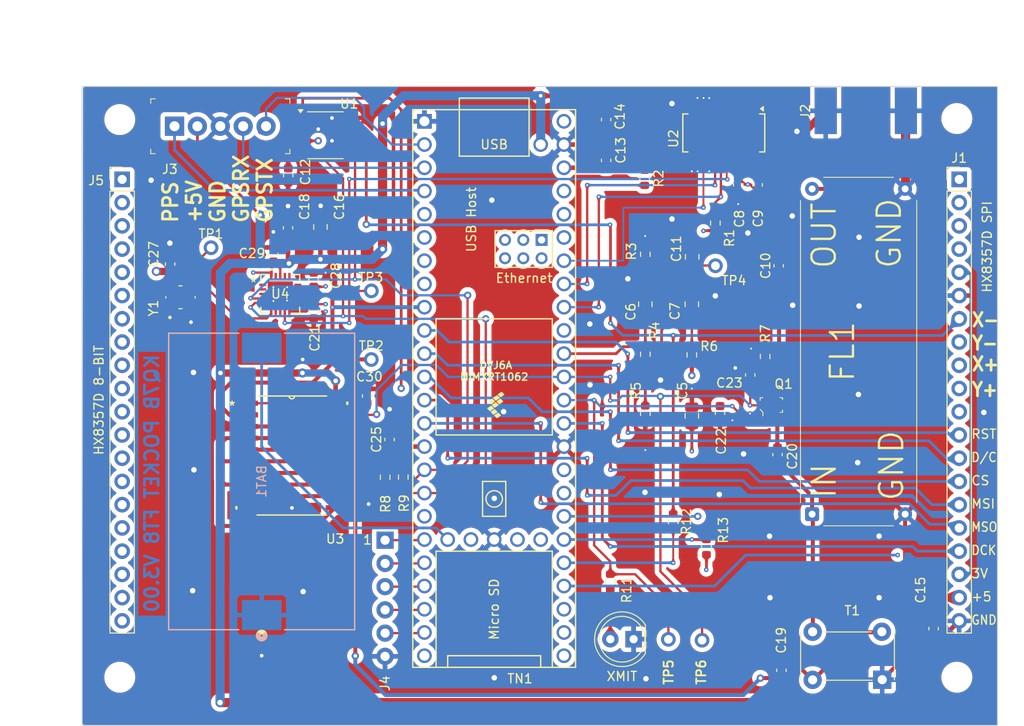
<source format=kicad_pcb>
(kicad_pcb (version 20241229) (generator "pcbnew") (generator_version "9.0")
  (layers (0 "F.Cu" signal) (4 "In1.Cu" power) (6 "In2.Cu" power) (2 "B.Cu" signal) (13 "F.Paste" user) (15 "B.Paste" user) (5 "F.SilkS" user "F.Silkscreen") (7 "B.SilkS" user "B.Silkscreen") (1 "F.Mask" user) (3 "B.Mask" user) (25 "Edge.Cuts" user))
  (net 0 "")
  (net 1 "Net-(TN1-VBAT)")
  (net 2 "GND")
  (net 3 "+3.3V")
  (net 4 "Net-(U2-DBYP)")
  (net 5 "/AMI")
  (net 6 "/LOUT")
  (net 7 "Net-(C7-Pad2)")
  (net 8 "/RF")
  (net 9 "+5V")
  (net 10 "/XCLK")
  (net 11 "/RCLK")
  (net 12 "/MOSI")
  (net 13 "Net-(D1-A)")
  (net 14 "/RCV")
  (net 15 "/XMT")
  (net 16 "/SDA")
  (net 17 "/SCL")
  (net 18 "/D28")
  (net 23 "/Y+")
  (net 24 "/X-")
  (net 29 "/A13")
  (net 33 "/D30")
  (net 35 "/DRST")
  (net 36 "/D31")
  (net 37 "/D29")
  (net 38 "/MISO")
  (net 39 "/PPS")
  (net 44 "/SCL2")
  (net 46 "/DCLK")
  (net 50 "/SDA2")
  (net 69 "/D{slash}C")
  (net 71 "/CS")
  (net 72 "Net-(J1-3Vo)")
  (net 76 "/GPSTX")
  (net 77 "/GPSRX")
  (net 84 "Net-(C19-Pad2)")
  (net 85 "/XOUT")
  (net 86 "/ANT")
  (net 87 "Net-(C11-Pad2)")
  (net 108 "Net-(Q1-D2)")
  (net 109 "Net-(Q1-D1)")
  (net 110 "/AF")
  (net 111 "/RRST")
  (net 112 "/XDRV")
  (net 113 "/XD-")
  (net 114 "/XD+")
  (net 115 "/YD+")
  (net 116 "/YD-")
  (net 117 "/CLK")
  (footprint "MountingHole:MountingHole_3mm" (layer "F.Cu") (at 106.42 54.42)
    (property "Reference" "REF**" (hide yes))
    (property "Value" "MountingHole_3mm")
  )
  (footprint "teensy:Teensy41" (layer "F.Cu") (at 147.32 83.82 -90)
    (property "Reference" "TN1")
    (property "Value" "Teensy4.1" (hide yes))
  )
  (footprint "SparkFun-Connector:1x01" (layer "F.Cu") (at 116.39 68.43)
    (property "Reference" "TP1")
    (property "Value" "PTH")
  )
  (footprint "Resistor_SMD:R_0603_1608Metric" (layer "F.Cu") (at 171.48 65.735 -90)
    (property "Reference" "R1")
    (property "Value" "2.0K" (hide yes))
  )
  (footprint "ASTX_H11_25_000MHZ_T:XTAL_ASTX-H11-25.000MHZ-T" (layer "F.Cu") (at 113.05 73.85 90)
    (property "Reference" "Y1")
    (property "Value" "ASTX-H11-25.000MHZ-T" (hide yes))
  )
  (footprint "Capacitor_SMD:C_0805_2012Metric" (layer "F.Cu") (at 168.91 74.61 -90)
    (property "Reference" "C7")
    (property "Value" "10UF" (hide yes))
  )
  (footprint "digikey-footprints:RF_SMA_BoardEdge_142-0701-801" (layer "F.Cu") (at 187.9185 50.92)
    (property "Reference" "J2")
    (property "Value" "CONN SMA JACK STR 50OHM EDGE MNT")
  )
  (footprint "Resistor_SMD:R_0603_1608Metric" (layer "F.Cu") (at 166.878 98.361 -90)
    (property "Reference" "R12")
    (property "Value" "510" (hide yes))
  )
  (footprint "Capacitor_SMD:C_0805_2012Metric" (layer "F.Cu") (at 168.91 86.802 -90)
    (property "Reference" "C5")
    (property "Value" "10UF" (hide yes))
  )
  (footprint "Capacitor_SMD:C_0603_1608Metric" (layer "F.Cu") (at 173.98 61.555 90)
    (property "Reference" "C8")
    (property "Value" "0.1UF")
  )
  (footprint "Resistor_SMD:R_0603_1608Metric" (layer "F.Cu") (at 137.39 93.505 90)
    (property "Reference" "R9")
    (property "Value" "2.0K")
  )
  (footprint "MountingHole:MountingHole_3mm" (layer "F.Cu") (at 106.42 115.38)
    (property "Reference" "REF**" (hide yes))
    (property "Value" "MountingHole_3mm")
  )
  (footprint "Capacitor_SMD:C_0805_2012Metric" (layer "F.Cu") (at 163.83 74.61 -90)
    (property "Reference" "C6")
    (property "Value" "10UF" (hide yes))
  )
  (footprint "Connector_PinHeader_2.54mm:PinHeader_1x20_P2.54mm_Vertical" (layer "F.Cu") (at 198.12 60.96)
    (property "Reference" "J1")
    (property "Value" "HX8357D SPI")
  )
  (footprint "Capacitor_SMD:C_0603_1608Metric" (layer "F.Cu") (at 124.82 60.535 -90)
    (property "Reference" "C12")
    (property "Value" "0.1UF" (hide yes))
  )
  (footprint "digikey-footprints:SOT-363" (layer "F.Cu") (at 177.6 85.62)
    (property "Reference" "Q1")
    (property "Value" "2N7002DW")
  )
  (footprint "Package_SO:SOIC-8_3.9x4.9mm_P1.27mm" (layer "F.Cu") (at 128.875 56.135)
    (property "Reference" "U1")
    (property "Value" "MCP3422A1T-E/SN" (hide yes))
  )
  (footprint "MountingHole:MountingHole_3mm" (layer "F.Cu") (at 197.86 115.38)
    (property "Reference" "REF**" (hide yes))
    (property "Value" "MountingHole_3mm")
  )
  (footprint "Capacitor_SMD:C_0603_1608Metric" (layer "F.Cu") (at 127.6 71.925 90)
    (property "Reference" "C28")
    (property "Value" "0.1UF" (hide yes))
  )
  (footprint "Capacitor_SMD:C_0805_2012Metric" (layer "F.Cu") (at 128.34 66.16 -90)
    (property "Reference" "C16")
    (property "Value" "10UF")
  )
  (footprint "Capacitor_SMD:C_0603_1608Metric" (layer "F.Cu") (at 195.32 110.07 90)
    (property "Reference" "C15")
    (property "Value" "0.1UF" (hide yes))
  )
  (footprint "Capacitor_SMD:C_0603_1608Metric" (layer "F.Cu") (at 178.27 91.045 -90)
    (property "Reference" "C20")
    (property "Value" "0.1UF")
  )
  (footprint "Resistor_SMD:R_0603_1608Metric" (layer "F.Cu") (at 176.92 80.315 -90)
    (property "Reference" "R7")
    (property "Value" "51 OHM" (hide yes))
  )
  (footprint "Capacitor_SMD:C_0603_1608Metric" (layer "F.Cu") (at 171.99 86.515 90)
    (property "Reference" "C22")
    (property "Value" "0.1uF")
  )
  (footprint "Resistor_SMD:R_0603_1608Metric" (layer "F.Cu") (at 163.76 60.785 90)
    (property "Reference" "R2")
    (property "Value" "2.0K" (hide yes))
  )
  (footprint "SparkFun-Connector:1x06" (layer "F.Cu") (at 135.4 100.4 -90)
    (property "Reference" "J4")
    (property "Value" "Conn_01x06_Socket" (hide yes))
  )
  (footprint "SparkFun-Connector:1x01" (layer "F.Cu") (at 133.9 80.65)
    (property "Reference" "TP2")
    (property "Value" "PTH")
  )
  (footprint "Capacitor_SMD:C_0603_1608Metric" (layer "F.Cu") (at 133.44 84.635 -90)
    (property "Reference" "C30")
    (property "Value" "0.1UF")
  )
  (footprint "Capacitor_SMD:C_0603_1608Metric" (layer "F.Cu") (at 123.2 69.175 -90)
    (property "Reference" "C29")
    (property "Value" "0.1UF" (hide yes))
  )
  (footprint "SparkFun-Connector:1x01" (layer "F.Cu") (at 171.49 70.4)
    (property "Reference" "TP4")
    (property "Value" "PTH")
  )
  (footprint "Filters:PluginFilter" (layer "F.Cu") (at 187.13 79.78 90)
    (property "Reference" "FL1")
    (property "Value" "~")
  )
  (footprint "LED_THT:LED_D5.0mm" (layer "F.Cu") (at 162.55 111.225 180)
    (property "Reference" "D1" (hide yes))
    (property "Value" "XMIT")
  )
  (footprint "Resistor_SMD:R_0603_1608Metric" (layer "F.Cu") (at 160 104.95 -90)
    (property "Reference" "R11")
    (property "Value" "510 Ohm" (hide yes))
  )
  (footprint "SI5351C-B-GM:QFN20_4X4_SKY" (layer "F.Cu") (at 123.954828 73.4823)
    (property "Reference" "U4")
    (property "Value" "SI5351C-B-GM")
  )
  (footprint "Resistor_SMD:R_0603_1608Metric" (layer "F.Cu") (at 170.51 101.155 90)
    (property "Reference" "R13")
    (property "Value" "510" (hide yes))
  )
  (footprint "Inductor_THT:L_Toroid_Vertical_BIFILAR" (layer "F.Cu") (at 185.92 115.6 180)
    (property "Reference" "T1")
    (property "Value" "L_Ferrite_Coupled")
  )
  (footprint "Resistor_SMD:R_0603_1608Metric" (layer "F.Cu") (at 163.83 80.073 90)
    (property "Reference" "R4")
    (property "Value" "47K" (hide yes))
  )
  (footprint "Capacitor_SMD:C_0603_1608Metric" (layer "F.Cu") (at 135.89 89.395 90)
    (property "Reference" "C25")
    (property "Value" "0.1UF" (hide yes))
  )
  (footprint "Capacitor_SMD:C_0603_1608Metric" (layer "F.Cu") (at 176.1 61.555 90)
    (property "Reference" "C9")
    (property "Value" "0.1UF")
  )
  (footprint "Capacitor_SMD:C_0805_2012Metric" (layer "F.Cu") (at 168.95 69.425 -90)
    (property "Reference" "C11")
    (property "Value" "10UF")
  )
  (footprint "Capacitor_SMD:C_0603_1608Metric" (layer "F.Cu") (at 159.55 58.885 90)
    (property "Reference" "C13")
    (property "Value" "0.1UF" (hide yes))
  )
  (footprint "Capacitor_SMD:C_0603_1608Metric" (layer "F.Cu") (at 175.29 82.335 -90)
    (property "Reference" "C23")
    (property "Value" "0.1uF")
  )
  (footprint "SparkFun-Connector:1x01" (layer "F.Cu") (at 133.9 73.15)
    (property "Reference" "TP3")
    (property "Value" "PTH")
  )
  (footprint "Capacitor_SMD:C_0603_1608Metric" (layer "F.Cu") (at 159.55 54.415 90)
    (property "Reference" "C14")
    (property "Value" "0.1UF" (hide yes))
  )
  (footprint "SparkFun-Connector:1x01" (layer "F.Cu") (at 166.35 111.24)
    (property "Reference" "TP5")
    (property "Value" "PTH")
  )
  (footprint "Resistor_SMD:R_0603_1608Metric" (layer "F.Cu") (at 135.41 93.525 90)
    (property "Reference" "R8")
    (property "Value" "2.0K")
  )
  (footprint "Resistor_SMD:R_0603_1608Metric" (layer "F.Cu") (at 163.83 86.55 90)
    (property "Reference" "R5")
    (property "Value" "2.2K" (hide yes))
  )
  (footprint "Package_SO:SSOP-24_3.9x8.7mm_P0.635mm" (layer "F.Cu") (at 172.4025 55.88 -90)
    (property "Reference" "U2")
    (property "Value" "Si4735-D60-GU" (hide yes))
  )
  (footprint "digikey-footprints:PinHeader_1x5_P2.5mm_Drill1.1mm" (layer "F.Cu") (at 112.4 55.15)
    (property "Reference" "J3")
    (property "Value" "B5B-XH-A_LF__SN_")
  )
  (footprint "Resistor_SMD:R_0603_1608Metric" (layer "F.Cu") (at 168.91 80.145 -90)
    (property "Reference" "R6")
    (property "Value" "10k" (hide yes))
  )
  (footprint "Capacitor_SMD:C_0603_1608Metric" (layer "F.Cu") (at 127.6 75.375 90)
    (property "Reference" "C21")
    (property "Value" "0.1UF")
  )
  (footprint "Capacitor_SMD:C_0603_1608Metric" (layer "F.Cu") (at 111.92 70.215 -90)
    (property "Reference" "C27")
    (property "Value" "0.1UF" (hide yes))
  )
  (footprint "Resistor_SMD:R_0603_1608Metric" (layer "F.Cu") (at 163.83 69.151 -90)
    (property "Reference" "R3")
    (property "Value" "47K" (hide yes))
  )
  (footprint "Capacitor_SMD:C_0603_1608Metric" (layer "F.Cu") (at 124.8 66.25 -90)
    (property "Reference" "C18")
    (property "Value" "0.1UF" (hide yes))
  )
  (footprint "Connector_PinHeader_2.54mm:PinHeader_1x20_P2.54mm_Vertical" (layer "F.Cu") (at 106.68 60.96)
    (property "Reference" "J5")
    (property "Value" "HX8357D 8-BIT")
  )
  (footprint "MountingHole:MountingHole_3mm" (layer "F.Cu") (at 197.86 54.31)
    (property "Reference" "REF**" (hide yes))
    (property "Value" "MountingHole_3mm")
  )
  (footprint "sn74act244dwr:DW20" (layer "F.Cu") (at 125.2137 91.145)
    (property "Reference" "U3")
    (property "Value" "SN74ACT244DWR")
  )
  (footprint "SparkFun-Connector:1x01" (layer "F.Cu") (at 170.03 111.34)
    (property "Reference" "TP6")
    (property "Value" "PTH")
  )
  (footprint "Capacitor_SMD:C_0603_1608Metric" (layer "F.Cu") (at 178.7 114.625 90)
    (property "Reference" "C19")
    (property "Value" "0.1UF" (hide yes))
  )
  (footprint "Capacitor_SMD:C_0603_1608Metric" (layer "F.Cu") (at 178.4 70.405 90)
    (property "Reference" "C10")
    (property "Value" "0.1UF")
  )
  (footprint "BU2032SM:BU2032SM-JJ-GTR_MPD" (layer "B.Cu") (at 121.92 93.98 -90)
    (property "Reference" "BAT1")
    (property "Value" "BU2032SM-JJ-GTR")
  )
  (gr_rect (start 102.3 50.8) (end 202.3 120.65) (stroke (width 0.1)) (fill no) (layer "Edge.Cuts"))
  (gr_text "KQ7B POCKET FT8 V3.00" (at 110.81 79.92 90) (layer "B.Cu") (effects (font (size 1.5 1.5) (thickness 0.3) (bold yes)) (justify left bottom mirror)))
  (gr_text "D/C" (at 199.36 91.93 0) (layer "F.SilkS") (effects (font (size 1 0.9)) (justify left bottom)))
  (gr_text "MSO" (at 199.36 99.55 0) (layer "F.SilkS") (effects (font (size 1 0.9)) (justify left bottom)))
  (gr_text "CS" (at 199.36 94.47 0) (layer "F.SilkS") (effects (font (size 1 1)) (justify left bottom)))
  (gr_text "Y-" (at 199.36 79.738 0) (layer "F.SilkS") (effects (font (size 1.5 1.3) (thickness 0.3) (bold yes)) (justify left bottom)))
  (gr_text "PPS\n+5V\nGND\nGPSRX\nGPSTX" (at 123.2 65.85 90) (layer "F.SilkS") (effects (font (size 1.6 1.5) (thickness 0.3) (bold yes)) (justify left bottom)))
  (gr_text "RST" (at 199.36 89.39 0) (layer "F.SilkS") (effects (font (size 1 1)) (justify left bottom)))
  (gr_text "X+" (at 199.36 82.024 0) (layer "F.SilkS") (effects (font (size 1.5 1.3) (thickness 0.3) (bold yes)) (justify left bottom)))
  (gr_text "MSI" (at 199.36 97.01 0) (layer "F.SilkS") (effects (font (size 1 1)) (justify left bottom)))
  (gr_text "1" (at 132.9 100.95 0) (layer "F.SilkS") (effects (font (size 1 1)) (justify left bottom)))
  (gr_text "+5" (at 199.36 107.17 0) (layer "F.SilkS") (effects (font (size 1 1)) (justify left bottom)))
  (gr_text "DCK" (at 199.36 102.09 0) (layer "F.SilkS") (effects (font (size 1 0.9)) (justify left bottom)))
  (gr_text "GND" (at 199.36 109.71 0) (layer "F.SilkS") (effects (font (size 1 0.9)) (justify left bottom)))
  (gr_text "Y+" (at 199.36 84.818 0) (layer "F.SilkS") (effects (font (size 1.5 1.3) (thickness 0.3) (bold yes)) (justify left bottom)))
  (gr_text "3V" (at 199.36 104.63 0) (layer "F.SilkS") (effects (font (size 1 1)) (justify left bottom)))
  (gr_text "X-" (at 199.36 77.198 0) (layer "F.SilkS") (effects (font (size 1.5 1.3) (thickness 0.3) (bold yes)) (justify left bottom)))
  (segment (start 142.24 100.33) (end 140.97 99.06) (width 0.3) (layer "B.Cu") (net 1))
  (segment (start 130.81 99.06) (end 121.92 90.17) (width 0.3) (layer "B.Cu") (net 1))
  (segment (start 140.97 99.06) (end 130.81 99.06) (width 0.3) (layer "B.Cu") (net 1))
  (segment (start 121.92 90.17) (end 121.92 79.375) (width 0.3) (layer "B.Cu") (net 1))
  (segment (start 134.91 83.86) (end 133.44 83.86) (width 0.5) (layer "F.Cu") (net 2))
  (segment (start 173.33 87.29) (end 173.34 87.3) (width 0.25) (layer "F.Cu") (net 2))
  (segment (start 163.83 90.551) (end 163.83 90.678) (width 0.3) (layer "F.Cu") (net 2))
  (segment (start 121.9125 113.0225) (end 121.92 113.03) (width 0.25) (layer "F.Cu") (net 2))
  (segment (start 114.2 76.57) (end 114.2 74.8) (width 0.8) (layer "F.Cu") (net 2))
  (segment (start 168.91 58.48) (end 168.91 60.071) (width 0.3) (layer "F.Cu") (net 2))
  (segment (start 129.65 54.2) (end 131.88 54.2) (width 0.3) (layer "F.Cu") (net 2))
  (segment (start 128.34 63.87) (end 128.36 63.85) (width 0.25) (layer "F.Cu") (net 2))
  (segment (start 176.95 86.57) (end 175.28 86.57) (width 0.25) (layer "F.Cu") (net 2))
  (segment (start 170.815 53.28) (end 170.815 52.07) (width 0.3) (layer "F.Cu") (net 2))
  (segment (start 124.8 65.475) (end 124.8 63.875) (width 0.5) (layer "F.Cu") (net 2))
  (segment (start 124.8 61.33) (end 124.8 63.875) (width 0.5) (layer "F.Cu") (net 2))
  (segment (start 176.88 79.45) (end 176.92 79.49) (width 0.25) (layer "F.Cu") (net 2))
  (segment (start 175.29 81.56) (end 173.67 81.56) (width 0.25) (layer "F.Cu") (net 2))
  (segment (start 196.495 110.845) (end 198.12 109.22) (width 0.5) (layer "F.Cu") (net 2))
  (segment (start 111.92 67.96) (end 111.89 67.93) (width 0.8) (layer "F.Cu") (net 2))
  (segment (start 173.67 81.56) (end 173.66 81.57) (width 0.25) (layer "F.Cu") (net 2))
  (segment (start 135.89 86.08) (end 135.89 84.84) (width 0.5) (layer "F.Cu") (net 2))
  (segment (start 123.2 67.95) (end 123.2 66.7) (width 0.5) (layer "F.Cu") (net 2))
  (segment (start 158.07 56.67) (end 159.51 58.11) (width 0.5) (layer "F.Cu") (net 2))
  (segment (start 173.98 62.33) (end 173.98 63.66) (width 0.4) (layer "F.Cu") (net 2))
  (segment (start 170.18 52.07) (end 170.19 52.06) (width 0.25) (layer "F.Cu") (net 2))
  (segment (start 125.21 96.86) (end 125.225 96.875) (width 0.25) (layer "F.Cu") (net 2))
  (segment (start 171.45 73.66) (end 171.48 73.69) (width 0.25) (layer "F.Cu") (net 2))
  (segment (start 170.815 58.48) (end 170.815 60.071) (width 0.3) (layer "F.Cu") (net 2))
  (segment (start 128.15 76.15) (end 128.9 75.4) (width 0.25) (layer "F.Cu") (net 2))
  (segment (start 192.21 113.15) (end 192.21 97.814) (width 0.438) (layer "F.Cu") (net 2))
  (segment (start 163.82 67.16) (end 163.82 68.316) (width 0.3) (layer "F.Cu") (net 2))
  (segment (start 158.07 56.67) (end 159.55 55.19) (width 0.5) (layer "F.Cu") (net 2))
  (segment (start 181.287 55.71) (end 183.537 53.46) (width 0.8) (layer "F.Cu") (net 2))
  (segment (start 157.59 57.15) (end 158.07 56.67) (width 0.5) (layer "F.Cu") (net 2))
  (segment (start 180.39 55.71) (end 181.287 55.71) (width 0.8) (layer "F.Cu") (net 2))
  (segment (start 127.6 71.15) (end 128.9 71.15) (width 0.25) (layer "F.Cu") (net 2))
  (segment (start 135.89 88.62) (end 135.89 86.08) (width 0.5) (layer "F.Cu") (net 2))
  (segment (start 135.89 84.84) (end 134.91 83.86) (width 0.5) (layer "F.Cu") (net 2))
  (segment (start 154.94 57.15) (end 157.59 57.15) (width 0.5) (layer "F.Cu") (net 2))
  (segment (start 192.26 53.66) (end 192.26 61.95) (width 1) (layer "F.Cu") (net 2))
  (segment (start 175.39 79.45) (end 176.88 79.45) (width 0.25) (layer "F.Cu") (net 2))
  (segment (start 127.6 76.15) (end 128.15 76.15) (width 0.25) (layer "F.Cu") (net 2))
  (segment (start 111.92 69.44) (end 111.92 67.96) (width 0.8) (layer "F.Cu") (net 2))
  (segment (start 195.32 110.845) (end 196.495 110.845) (width 0.5) (layer "F.Cu") (net 2))
  (segment (start 192.06 53.46) (end 192.26 53.66) (width 1) (layer "F.Cu") (net 2))
  (segment (start 163.83 87.375) (end 163.83 90.551) (width 0.3) (layer "F.Cu") (net 2))
  (segment (start 120.5274 96.86) (end 125.21 96.86) (width 0.8) (layer "F.Cu") (net 2))
  (segment (start 123.457242 75.4) (end 123.457242 73.979886) (width 0.25) (layer "F.Cu") (net 2))
  (segment (start 124.8 60.95) (end 124.81 60.94) (width 0.3) (layer "F.Cu") (net 2))
  (segment (start 171.99 87.29) (end 173.33 87.29) (width 0.25) (layer "F.Cu") (net 2))
  (segment (start 129.6 54.25) (end 129.65 54.2) (width 0.3) (layer "F.Cu") (net 2))
  (segment (start 168.91 73.66) (end 171.45 73.66) (width 0.25) (layer "F.Cu") (net 2))
  (segment (start 189.71 115.65) (end 192.21 113.15) (width 0.438) (layer "F.Cu") (net 2))
  (segment (start 192.26 61.95) (end 192.21 62) (width 1) (layer "F.Cu") (net 2))
  (segment (start 131.88 56.74) (end 129.6 56.74) (width 0.3) (layer "F.Cu") (net 2))
  (segment (start 163.82 68.316) (end 163.83 68.326) (width 0.3) (layer "F.Cu") (net 2))
  (segment (start 169.545 52.075) (end 169.53 52.06) (width 0.25) (layer "F.Cu") (net 2))
  (segment (start 170.18 53.28) (end 170.18 52.07) (width 0.25) (layer "F.Cu") (net 2))
  (segment (start 169.545 53.28) (end 169.545 52.075) (width 0.25) (layer "F.Cu") (net 2))
  (segment (start 169.545 58.48) (end 169.545 60.071) (width 0.3) (layer "F.Cu") (net 2))
  (segment (start 175.28 86.57) (end 175.27 86.56) (width 0.25) (layer "F.Cu") (net 2))
  (segment (start 124.8 62.855) (end 124.81 62.845) (width 0.3) (layer "F.Cu") (net 2))
  (segment (start 123.457242 73.979886) (end 123.954828 73.4823) (width 0.25) (layer "F.Cu") (net 2))
  (segment (start 124.82 61.31) (end 124.8 61.33) (width 0.5) (layer "F.Cu") (net 2))
  (segment (start 128.34 65.21) (end 128.34 63.87) (width 0.5) (layer "F.Cu") (net 2))
  (segment (start 128.1 55.47) (end 126.93 55.47) (width 0.3) (layer "F.Cu") (net 2))
  (segment (start 168.91 85.852) (end 168.91 83.82) (width 0.3) (layer "F.Cu") (net 2))
  (segment (start 159.51 58.11) (end 159.55 58.11) (width 0.5) (layer "F.Cu") (net 2))
  (via (at 177.45 106.69) (size 1) (drill 0.6) (layers "F.Cu" "B.Cu") (net 2))
  (via (at 111.89 67.93) (size 1) (drill 0.6) (layers "F.Cu" "B.Cu") (net 2))
  (via (at 163.83 90.551) (size 0.5) (drill 0.2) (layers "F.Cu" "B.Cu") (net 2))
  (via (at 163.9 115.55) (size 1) (drill 0.6) (layers "F.Cu" "B.Cu") (net 2))
  (via (at 168.91 83.82) (size 0.5) (drill 0.2) (layers "F.Cu" "B.Cu") (net 2))
  (via (at 124.8 63.875) (size 1) (drill 0.5) (layers "F.Cu" "B.Cu") (net 2))
  (via (at 175.03 66.82) (size 1) (drill 0.6) (layers "F.Cu" "B.Cu") (net 2))
  (via (at 135.89 86.08) (size 1) (drill 0.5) (layers "F.Cu" "B.Cu") (net 2))
  (via (at 124.7 74.2) (size 0.5) (drill 0.2) (layers "F.Cu" "B.Cu") (net 2))
  (via (at 123.2 74.25) (size 0.5) (drill 0.2) (layers "F.Cu" "B.Cu") (net 2))
  (via (at 129.6 56.74) (size 0.8) (drill 0.4) (layers "F.Cu" "B.Cu") (net 2))
  (via (at 170.19 52.06) (size 0.5) (drill 0.2) (layers "F.Cu" "B.Cu") (net 2))
  (via (at 114.2 76.57) (size 0.8) (drill 0.4) (layers "F.Cu" "B.Cu") (net 2))
  (via (at 163.82 67.16) (size 0.5) (drill 0.2) (layers "F.Cu" "B.Cu") (net 2))
  (via (at 148.35 86.35) (size 1) (drill 0.6) (layers "F.Cu" "B.Cu") (net 2))
  (via (at 177.4 99.96) (size 1) (drill 0.6) (layers "F.Cu" "B.Cu") (net 2))
  (via (at 128.9 71.15) (size 0.5) (drill 0.2) (layers "F.Cu" "B.Cu") (net 2))
  (via (at 126.4 80.65) (size 0.8) (drill 0.4) (layers "F.Cu" "B.Cu") (net 2))
  (via (at 128.9 75.4) (size 0.5) (drill 0.2) (layers "F.Cu" "B.Cu") (net 2))
  (via (at 171.91 95.4) (size 1) (drill 0.6) (layers "F.Cu" "B.Cu") (net 2))
  (via (at 173.66 81.57) (size 0.8) (drill 0.4) (layers "F.Cu" "B.Cu") (net 2))
  (via (at 175.39 79.45) (size 0.5) (drill 0.2) (layers "F.Cu" "B.Cu") (net 2))
  (via (at 179.93 74.72) (size 1) (drill 0.6) (layers "F.Cu" "B.Cu") (net 2))
  (via (at 129.6 54.25) (size 0.8) (drill 0.4) (layers "F.Cu" "B.Cu") (net 2))
  (via (at 187.18 74.8) (size 1) (drill 0.6) (layers "F.Cu" "B.Cu") (net 2))
  (via (at 189.37 106.69) (size 1) (drill 0.6) (layers "F.Cu" "B.Cu") (net 2))
  (via (at 168.91 60.071) (size 0.5) (drill 0.2) (layers "F.Cu" "B.Cu") (net 2))
  (via (at 170.815 52.07) (size 0.5) (drill 0.2) (layers "F.Cu" "B.Cu") (net 2))
  (via (at 187.18 67.28) (size 1) (drill 0.6) (layers "F.Cu" "B.Cu") (net 2))
  (via (at 147.06 63.23) (size 1) (drill 0.6) (layers "F.Cu" "B.Cu") (net 2))
  (via (at 114.52 92.71) (size 1) (drill 0.6) (layers "F.Cu" "B.Cu") (net 2))
  (via (at 157.77 76.77) (size 1) (drill 0.6) (layers "F.Cu" "B.Cu") (net 2))
  (via (at 126.45 106.02) (size 1) (drill 0.6) (layers "F.Cu" "B.Cu") (net 2))
  (via (at 200.81 86.43) (size 1) (drill 0.6) (layers "F.Cu" "B.Cu") (net 2))
  (via (at 179.88 64.96) (size 1) (drill 0.6) (layers "F.Cu" "B.Cu") (net 2))
  (via (at 166.74 65.29) (size 1) (drill 0.6) (layers "F.Cu" "B.Cu") (net 2))
  (via (at 114.47 82.06) (size 1) (drill 0.6) (layers "F.Cu" "B.Cu") (net 2))
  (via (at 169.53 52.06) (size 0.5) (drill 0.2) (layers "F.Cu" "B.Cu") (net 2))
  (via (at 114.38 105.92) (size 1) (drill 0.6) (layers "F.Cu" "B.Cu") (net 2))
  (via (at 147.33 95.83) (size 1) (drill 0.6) (layers "F.Cu" "B.Cu") (net 2))
  (via (at 173.98 63.66) (size 0.5) (drill 0.2) (layers "F.Cu" "B.Cu") (net 2))
  (via (at 173.34 87.3) (size 0.5) (drill 0.2) (layers "F.Cu" "B.Cu") (net 2))
  (via (at 163.79 95.17) (size 1) (drill 0.6) (layers "F.Cu" "B.Cu") (net 2))
  (via (at 171.48 73.69) (size 1) (drill 0.6) (layers "F.Cu" "B.Cu") (net 2))
  (via (at 187.03 91.92) (size 1) (drill 0.6) (layers "F.Cu" "B.Cu") (net 2))
  (via (at 170.815 60.071) (size 0.5) (drill 0.2) (layers "F.Cu" "B.Cu") (net 2))
  (via (at 123.2 66.7) (size 0.8) (drill 0.4) (layers "F.Cu" "B.Cu") (net 2))
  (via (at 125.225 96.875) (size 0.8) (drill 0.4) (layers "F.Cu" "B.Cu") (net 2))
  (via (at 128.1 55.47) (size 0.8) (drill 0.4) (layers "F.Cu" "B.Cu") (net 2))
  (via (at 121.92 113.03) (size 0.8) (drill 0.4) (layers "F.Cu" "B.Cu") (net 2))
  (via (at 124.7 72.75) (size 0.5) (drill 0.2) (layers "F.Cu" "B.Cu") (net 2))
  (via (at 109.84 61.05) (size 1) (drill 0.6) (layers "F.Cu" "B.Cu") (net 2))
  (via (at 128.36 63.85) (size 1) (drill 0.5) (layers "F.Cu" "B.Cu") (net 2))
  (via (at 166.74 52.67) (size 1) (drill 0.6) (layers "F.Cu" "B.Cu") (net 2))
  (via (at 133.6 96.45) (size 0.8) (drill 0.4) (layers "F.Cu" "B.Cu") (net 2))
  (via (at 147.33 115.44) (size 1) (drill 0.6) (layers "F.Cu" "B.Cu") (net 2))
  (via (at 175.27 86.56) (size 0.5) (drill 0.2) (layers "F.Cu" "B.Cu") (net 2))
  (via (at 169.545 60.071) (size 0.5) (drill 0.2) (layers "F.Cu" "B.Cu") (net 2))
  (via (at 157.79 83.42) (size 1) (drill 0.6) (layers "F.Cu" "B.Cu") (net 2))
  (via (at 123.2 72.75) (size 0.5) (drill 0.2) (layers "F.Cu" "B.Cu") (net 2))
  (via (at 187.11 84.47) (size 1) (drill 0.6) (layers "F.Cu" "B.Cu") (net 2))
  (via (at 165.49 82.9) (size 1) (drill 0.6) (layers "F.Cu" "B.Cu") (net 2))
  (via (at 180.39 55.71) (size 1) (drill 0.6) (layers "F.Cu" "B.Cu") (net 2))
  (via (at 174.56 90.97) (size 1) (drill 0.6) (layers "F.Cu" "B.Cu") (net 2))
  (via (at 161.92 71.83) (size 1) (drill 0.6) (layers "F.Cu" "B.Cu") (net 2))
  (via (at 189.37 99.96) (size 1) (drill 0.6) (layers "F.Cu" "B.Cu") (net 2))
  (segment (start 121.92 113.03) (end 121.92 108.585) (width 0.8) (layer "B.Cu") (net 2))
  (segment (start 137.39 91.67) (end 135.89 90.17) (width 0.5) (layer "F.Cu") (net 3))
  (segment (start 159.52 59.69) (end 159.55 59.66) (width 0.5) (layer "F.Cu") (net 3))
  (segment (start 110.42 71.02) (end 111.89 71.02) (width 0.8) (layer "F.Cu") (net 3))
  (segment (start 139.7 90.17) (end 135.89 90.17) (width 0.5) (layer "F.Cu") (net 3))
  (segment (start 173.99 60.77) (end 173.99 58.48) (width 0.3) (layer "F.Cu") (net 3))
  (segment (start 124.81 57.14) (end 124.82 57.15) (width 0.25) (layer "F.Cu") (net 3))
  (segment (start 126.8 75.4) (end 127.6 74.6) (width 0.25) (layer "F.Cu") (net 3))
  (segment (start 123 70) (end 123 70.9) (width 0.25) (layer "F.Cu") (net 3))
  (segment (start 162.14 59.66) (end 162.44 59.96) (width 0.5) (layer "F.Cu") (net 3))
  (segment (start 154.94 59.69) (end 159.52 59.69) (width 0.5) (layer "F.Cu") (net 3))
  (segment (start 128.9 72.65) (end 128.85 72.7) (width 0.25) (layer "F.Cu") (net 3))
  (segment (start 173.98 60.78) (end 173.99 60.77) (width 0.2) (layer "F.Cu") (net 3))
  (segment (start 111.89 71.02) (end 111.92 70.99) (width 0.2) (layer "F.Cu") (net 3))
  (segment (start 137.39 92.68) (end 137.39 91.67) (width 0.5) (layer "F.Cu") (net 3))
  (segment (start 174.71 61.51) (end 173.98 60.78) (width 0.3) (layer "F.Cu") (net 3))
  (segment (start 175.02 61.51) (end 174.71 61.51) (width 0.3) (layer "F.Cu") (net 3))
  (segment (start 125.872528 74.477472) (end 127.477472 74.477472) (width 0.25) (layer "F.Cu") (net 3))
  (segment (start 124.82 57.15) (end 124.82 59.76) (width 0.5) (layer "F.Cu") (net 3))
  (segment (start 128.1 56.74) (end 126.43 56.74) (width 0.3) (layer "F.Cu") (net 3))
  (segment (start 175.02 61.51) (end 175.28 61.51) (width 0.3) (layer "F.Cu") (net 3))
  (segment (start 171.48 66.56) (end 170.21 66.56) (width 0.3) (layer "F.Cu") (net 3))
  (segment (start 124.81 57.14) (end 125.2 56.75) (width 0.5) (layer "F.Cu") (net 3))
  (segment (start 123 71.15) (end 123 71.524256) (width 0.25) (layer "F.Cu") (net 3))
  (segment (start 127.477472 74.477472) (end 127.6 74.6) (width 0.25) (layer "F.Cu") (net 3))
  (segment (start 121 71.15) (end 123 71.15) (width 0.25) (layer "F.Cu") (net 3))
  (segment (start 127.6 74.6) (end 128.9 74.6) (width 0.25) (layer "F.Cu") (net 3))
  (segment (start 127.315286 72.984714) (end 127.6 72.7) (width 0.25) (layer "F.Cu") (net 3))
  (segment (start 111.9 72.9) (end 111.9 71.01) (width 0.8) (layer "F.Cu") (net 3))
  (segment (start 123 70.9) (end 123 71.15) (width 0.25) (layer "F.Cu") (net 3))
  (segment (start 168.91 90.67) (end 168.91 87.752) (width 0.3) (layer "F.Cu") (net 3))
  (segment (start 135.41 92.7) (end 135.41 90.65) (width 0.5) (layer "F.Cu") (net 3))
  (segment (start 111.9 71.01) (end 111.92 70.99) (width 0.8) (layer "F.Cu") (net 3))
  (segment (start 173.99 58.48) (end 173.355 58.48) (width 0.4) (layer "F.Cu") (net 3))
  (segment (start 175.28 61.51) (end 176.1 62.33) (width 0.3) (layer "F.Cu") (net 3))
  (segment (start 162.44 59.96) (end 163.76 59.96) (width 0.5) (layer "F.Cu") (net 3))
  (segment (start 123.954828 70.704828) (end 123.2 69.95) (width 0.25) (layer "F.Cu") (net 3))
  (segment (start 111.91 71) (end 111.92 70.99) (width 0.2) (layer "F.Cu") (net 3))
  (segment (start 126.4 56.77) (end 125.22 56.77) (width 0.5) (layer "F.Cu") (net 3))
  (segment (start 135.41 90.65) (end 135.89 90.17) (width 0.5) (layer "F.Cu") (net 3))
  (segment (start 154.94 59.69) (end 154.95 59.68) (width 0.5) (layer "F.Cu") (net 3))
  (segment (start 168.91 82.4) (end 168.91 80.97) (width 0.438) (layer "F.Cu") (net 3))
  (segment (start 124.95 75.4) (end 126.8 75.4) (width 0.25) (layer "F.Cu") (net 3))
  (segment (start 159.55 59.66) (end 162.14 59.66) (width 0.5) (layer "F.Cu") (net 3))
  (segment (start 123 71.524256) (end 122.959656 71.5646) (width 0.25) (layer "F.Cu") (net 3))
  (segment (start 125.872528 72.984714) (end 127.315286 72.984714) (width 0.25) (layer "F.Cu") (net 3))
  (segment (start 123.954828 71.5646) (end 123.954828 70.704828) (width 0.25) (layer "F.Cu") (net 3))
  (segment (start 128.85 72.7) (end 127.6 72.7) (width 0.25) (layer "F.Cu") (net 3))
  (via (at 121 71.15) (size 0.5) (drill 0.2) (layers "F.Cu" "B.Cu") (net 3))
  (via (at 128.9 74.6) (size 0.5) (drill 0.2) (layers "F.Cu" "B.Cu") (net 3))
  (via (at 168.91 90.67) (size 0.5) (drill 0.2) (layers "F.Cu" "B.Cu") (net 3))
  (via (at 128.9 72.65) (size 0.5) (drill 0.2) (layers "F.Cu" "B.Cu") (net 3))
  (via (at 128.1 56.74) (size 0.8) (drill 0.4) (layers "F.Cu" "B.Cu") (net 3))
  (via (at 110.42 71.02) (size 1) (drill 0.6) (layers "F.Cu" "B.Cu") (net 3))
  (via (at 170.18 66.59) (size 0.5) (drill 0.2) (layers "F.Cu" "B.Cu") (net 3))
  (via (at 175.02 61.51) (size 0.5) (drill 0.2) (layers "F.Cu" "B.Cu") (net 3))
  (via (at 168.91 82.4) (size 0.8) (drill 0.4) (layers "F.Cu" "B.Cu") (net 3))
  (segment (start 174.625 59.305) (end 176.1 60.78) (width 0.25) (layer "F.Cu") (net 4))
  (segment (start 174.625 58.48) (end 174.625 59.305) (width 0.25) (layer "F.Cu") (net 4))
  (segment (start 178.4 69.63) (end 178.4 56.68) (width 0.438) (layer "F.Cu") (net 5))
  (segment (start 177.39 55.67) (end 170.45 55.67) (width 0.438) (layer "F.Cu") (net 5))
  (segment (start 170.45 55.67) (end 168.91 54.13) (width 0.438) (layer "F.Cu") (net 5))
  (segment (start 168.91 53.28) (end 168.91 54.13) (width 0.3) (layer "F.Cu") (net 5))
  (segment (start 178.33 56.61) (end 177.39 55.67) (width 0.438) (layer "F.Cu") (net 5))
  (segment (start 178.4 56.68) (end 178.33 56.61) (width 0.438) (layer "F.Cu") (net 5))
  (segment (start 176.515 68.475) (end 168.95 68.475) (width 0.2) (layer "F.Cu") (net 6))
  (segment (start 176.236 59.65) (end 175.895 59.309) (width 0.2) (layer "F.Cu") (net 6))
  (segment (start 177.4 59.94) (end 177.11 59.65) (width 0.2) (layer "F.Cu") (net 6))
  (segment (start 175.895 59.309) (end 175.895 58.48) (width 0.2) (layer "F.Cu") (net 6))
  (segment (start 177.11 59.65) (end 176.236 59.65) (width 0.2) (layer "F.Cu") (net 6))
  (segment (start 177.4 67.59) (end 176.515 68.475) (width 0.2) (layer "F.Cu") (net 6))
  (segment (start 177.4 67.59) (end 177.4 59.94) (width 0.2) (layer "F.Cu") (net 6))
  (segment (start 163.83 85.725) (end 163.83 80.898) (width 0.3) (layer "F.Cu") (net 7))
  (segment (start 168.91 75.56) (end 168.91 76.68) (width 0.25) (layer "F.Cu") (net 7))
  (segment (start 168.91 79.32) (end 168.91 78.47) (width 0.3) (layer "F.Cu") (net 7))
  (segment (start 165.608 80.17) (end 165.608 77.45) (width 0.3) (layer "F.Cu") (net 7))
  (segment (start 165.608 80.17) (end 164.88 80.898) (width 0.3) (layer "F.Cu") (net 7))
  (segment (start 168.91 76.68) (end 168.91 79.32) (width 0.25) (layer "F.Cu") (net 7))
  (segment (start 166.378 76.68) (end 165.608 77.45) (width 0.25) (layer "F.Cu") (net 7))
  (segment (start 164.88 80.898) (end 163.83 80.898) (width 0.3) (layer "F.Cu") (net 7))
  (segment (start 168.91 76.68) (end 166.378 76.68) (width 0.25) (layer "F.Cu") (net 7))
  (segment (start 182.05 97.56) (end 182.05 95.6) (width 0.438) (layer "F.Cu") (net 8))
  (segment (start 182.05 95.6) (end 178.27 91.82) (width 0.438) (layer "F.Cu") (net 8))
  (segment (start 182.13 97.64) (end 182.05 97.56) (width 0.25) (layer "F.Cu") (net 8))
  (segment (start 182.13 110.47) (end 182.13 97.64) (width 0.438) (layer "F.Cu") (net 8))
  (segment (start 124.9 70.15) (end 124.8 70.05) (width 0.5) (layer "F.Cu") (net 9))
  (segment (start 117.415 82.125) (end 117.42 82.12) (width 0.8) (layer "F.Cu") (net 9))
  (segment (start 195.595 106.68) (end 198.12 106.68) (width 0.8) (layer "F.Cu") (net 9))
  (segment (start 133.42 85.43) (end 133.44 85.41) (width 0.8) (layer "F.Cu") (net 9))
  (segment (start 121.76 64.85) (end 121.775 64.835) (width 0.5) (layer "F.Cu") (net 9))
  (segment (start 195.595 106.68) (end 194.3375 107.9375) (width 0.8) (layer "F.Cu") (net 9))
  (segment (start 117.425 82.125) (end 126.375 82.125) (width 0.8) (layer "F.Cu") (net 9))
  (segment (start 128.34 67.11) (end 128.34 69.7) (width 0.5) (layer "F.Cu") (net 9))
  (segment (start 193.51 108.765) (end 193.51 118.12) (width 1) (layer "F.Cu") (net 9))
  (segment (start 157.734 51.816) (end 152.4 51.816) (width 0.5) (layer "F.Cu") (net 9))
  (segment (start 135.128 68.58) (end 135.128 54.864) (width 1) (layer "F.Cu") (net 9))
  (segment (start 124.8 70.05) (end 124.8 67.025) (width 0.5) (layer "F.Cu") (net 9))
  (segment (start 117.42 82.12) (end 117.425 82.125) (width 0.8) (layer "F.Cu") (net 9))
  (segment (start 195.32 109.295) (end 195.32 108.92) (width 0.438) (layer "F.Cu") (net 9))
  (segment (start 114.9 55.15) (end 114.9 57.99) (width 0.3) (layer "F.Cu") (net 9))
  (segment (start 193.51 108.765) (end 194.3375 107.9375) (width 1) (layer "F.Cu") (net 9))
  (segment (start 129.9 85.43) (end 133.42 85.43) (width 0.5) (layer "F.Cu") (net 9))
  (segment (start 114.9 57.99) (end 121.76 64.85) (width 0.3) (layer "F.Cu") (net 9))
  (segment (start 117.375 118.15) (end 193.54 118.15) (width 1) (layer "F.Cu") (net 9))
  (segment (start 126.375 82.125) (end 126.35 82.125) (width 0.5) (layer "F.Cu") (net 9))
  (segment (start 121.76 64.85) (end 121.8 64.81) (width 0.5) (layer "F.Cu") (net 9))
  (segment (start 159.512 53.594) (end 157.734 51.816) (width 0.5) (layer "F.Cu") (net 9))
  (segment (start 130 82.975) (end 130 85.33) (width 0.5) (layer "F.Cu") (net 9))
  (segment (start 193.51 118.12) (end 193.54 118.15) (width 1) (layer "F.Cu") (net 9))
  (segment (start 195.32 108.92) (end 194.3375 107.9375) (width 0.438) (layer "F.Cu") (net 9))
  (via (at 135.128 54.864) (size 1) (drill 0.5) (layers "F.Cu" "B.Cu") (net 9))
  (via (at 128.34 69.7) (size 1) (drill 0.5) (layers "F.Cu" "B.Cu") (net 9))
  (via (at 135.128 68.58) (size 1) (drill 0.5) (layers "F.Cu" "B.Cu") (net 9))
  (via (at 126.375 82.125) (size 1) (drill 0.5) (layers "F.Cu" "B.Cu") (net 9))
  (via (at 117.375 118.15) (size 1) (drill 0.6) (layers "F.Cu" "B.Cu") (net 9))
  (via (at 124.9 70.15) (size 1) (drill 0.5) (layers "F.Cu" "B.Cu") (net 9))
  (via (at 121.76 64.85) (size 1) (drill 0.4) (layers "F.Cu" "B.Cu") (net 9))
  (via (at 130 82.975) (size 1) (drill 0.5) (layers "F.Cu" "B.Cu") (net 9))
  (via (at 152.4 51.816) (size 1) (drill 0.4) (layers "F.Cu" "B.Cu") (net 9))
  (via (at 117.42 82.12) (size 1) (drill 0.5) (layers "F.Cu" "B.Cu") (net 9))
  (segment (start 117.375 118.15) (end 117.42 118.12) (width 1) (layer "B.Cu") (net 9))
  (segment (start 121.7 70.15) (end 118.44 70.15) (width 1) (layer "B.Cu") (net 9))
  (segment (start 117.42 71.17) (end 117.391786 100.625) (width 1) (layer "B.Cu") (net 9))
  (segment (start 117.391786 100.625) (end 117.379957 112.975) (width 1) (layer "B.Cu") (net 9))
  (segment (start 124.9 70.15) (end 125.35 69.7) (width 1) (layer "B.Cu") (net 9))
  (segment (start 117.379957 112.975) (end 117.375 118.15) (width 1) (layer "B.Cu") (net 9))
  (segment (start 129.15 82.125) (end 130 82.975) (width 0.8) (layer "B.Cu") (net 9))
  (segment (start 152.4 57.15) (end 152.4 51.816) (width 1) (layer "B.Cu") (net 9))
  (segment (start 121.7 70.15) (end 121.76 70.09) (width 1) (layer "B.Cu") (net 9))
  (segment (start 134.008 69.7) (end 135.128 68.58) (width 1) (layer "B.Cu") (net 9))
  (segment (start 124.9 70.15) (end 121.7 70.15) (width 1) (layer "B.Cu") (net 9))
  (segment (start 118.44 70.15) (end 117.42 71.17) (width 1) (layer "B.Cu") (net 9))
  (segment (start 152.4 51.816) (end 137.414 51.816) (width 1) (layer "B.Cu") (net 9))
  (segment (start 137.414 51.816) (end 135.128 54.102) (width 1) (layer "B.Cu") (net 9))
  (segment (start 135.128 54.102) (end 135.128 54.864) (width 1) (layer "B.Cu") (net 9))
  (segment (start 126.375 82.125) (end 129.15 82.125) (width 0.8) (layer "B.Cu") (net 9))
  (segment (start 121.76 70.09) (end 121.76 64.85) (width 1) (layer "B.Cu") (net 9))
  (segment (start 125.35 69.7) (end 128.34 69.7) (width 1) (layer "B.Cu") (net 9))
  (segment (start 128.34 69.7) (end 134.008 69.7) (width 1) (layer "B.Cu") (net 9))
  (segment (start 129.65 81.025) (end 127.5 83.175) (width 0.438) (layer "F.Cu") (net 10))
  (segment (start 120.5274 86.7) (end 118.395 86.7) (width 0.438) (layer "F.Cu") (net 10))
  (segment (start 129.65 74.95) (end 129.65 80.64) (width 0.438) (layer "F.Cu") (net 10))
  (segment (start 129.65 80.64) (end 129.65 81.025) (width 0.438) (layer "F.Cu") (net 10))
  (segment (start 129.4 73.4823) (end 129.65 73.7323) (width 0.438) (layer "F.Cu") (net 10))
  (segment (start 129.65 73.7323) (end 129.65 74.95) (width 0.438) (layer "F.Cu") (net 10))
  (segment (start 118.395 86.7) (end 117.425 85.73) (width 0.438) (layer "F.Cu") (net 10))
  (segment (start 117.425 85.73) (end 117.425 84.325) (width 0.438) (layer "F.Cu") (net 10))
  (segment (start 129.65 80.64) (end 134.43 80.64) (width 0.438) (layer "F.Cu") (net 10))
  (segment (start 125.872528 73.4823) (end 129.4 73.4823) (width 0.25) (layer "F.Cu") (net 10))
  (segment (start 127.5 83.175) (end 118.575 83.175) (width 0.438) (layer "F.Cu") (net 10))
  (segment (start 118.575 83.175) (end 117.425 84.325) (width 0.438) (layer "F.Cu") (net 10))
  (via (at 129.65 74.95) (size 0.5) (drill 0.2) (layers "F.Cu" "B.Cu") (net 10))
  (segment (start 129.67 74.93) (end 129.65 74.95) (width 0.25) (layer "B.Cu") (net 10))
  (segment (start 139.7 74.93) (end 129.67 74.93) (width 0.438) (layer "B.Cu") (net 10))
  (segment (start 124.452414 76.647586) (end 124.452414 75.4) (width 0.25) (layer "F.Cu") (net 11))
  (segment (start 133.9 73.15) (end 131.49 73.15) (width 0.25) (layer "F.Cu") (net 11))
  (segment (start 131.49 74.19) (end 131.49 73.15) (width 0.25) (layer "F.Cu") (net 11))
  (segment (start 131.49 73.15) (end 131.49 60.92) (width 0.25) (layer "F.Cu") (net 11))
  (segment (start 172.72 60.89) (end 172.79 60.96) (width 0.2) (layer "F.Cu") (net 11))
  (segment (start 131.49 76.65) (end 131.49 74.19) (width 0.25) (layer "F.Cu") (net 11))
  (segment (start 124.45 76.65) (end 124.452414 76.647586) (width 0.25) (layer "F.Cu") (net 11))
  (segment (start 172.72 58.48) (end 172.72 60.89) (width 0.2) (layer "F.Cu") (net 11))
  (via (at 131.49 60.92) (size 0.5) (drill 0.2) (layers "F.Cu" "B.Cu") (net 11))
  (via (at 131.49 76.65) (size 0.5) (drill 0.2) (layers "F.Cu" "B.Cu") (net 11))
  (via (at 124.45 76.65) (size 0.5) (drill 0.2) (layers "F.Cu" "B.Cu") (net 11))
  (via (at 172.79 60.96) (size 0.5) (drill 0.2) (layers "F.Cu" "B.Cu") (net 11))
  (segment (start 131.49 76.65) (end 124.45 76.65) (width 0.25) (layer "B.Cu") (net 11))
  (segment (start 131.49 60.92) (end 172.75 60.92) (width 0.25) (layer "B.Cu") (net 11))
  (segment (start 172.75 60.92) (end 172.79 60.96) (width 0.25) (layer "B.Cu") (net 11))
  (segment (start 141.224 85.09) (end 139.7 85.09) (width 0.3) (layer "F.Cu") (net 12))
  (segment (start 142.24 91.44) (end 142.24 86.106) (width 0.3) (layer "F.Cu") (net 12))
  (segment (start 142.24 86.106) (end 141.224 85.09) (width 0.3) (layer "F.Cu") (net 12))
  (segment (start 157.48 95.504) (end 157.48 91.44) (width 0.3) (layer "F.Cu") (net 12))
  (via (at 142.24 91.44) (size 0.5) (drill 0.2) (layers "F.Cu" "B.Cu") (net 12))
  (via (at 157.48 91.44) (size 0.5) (drill 0.2) (layers "F.Cu" "B.Cu") (net 12))
  (via (at 157.48 95.504) (size 0.5) (drill 0.2) (layers "F.Cu" "B.Cu") (net 12))
  (segment (start 162.262291 93.88) (end 160.638291 95.504) (width 0.3) (layer "B.Cu") (net 12))
  (segment (start 198.12 96.52) (end 195.14 96.52) (width 0.3) (layer "B.Cu") (net 12))
  (segment (start 160.638291 95.504) (end 157.48 95.504) (width 0.3) (layer "B.Cu") (net 12))
  (segment (start 175.32 94.7) (end 174.5 93.88) (width 0.3) (layer "B.Cu") (net 12))
  (segment (start 142.24 91.44) (end 157.48 91.44) (width 0.3) (layer "B.Cu") (net 12))
  (segment (start 193.32 94.7) (end 175.32 94.7) (width 0.3) (layer "B.Cu") (net 12))
  (segment (start 174.5 93.88) (end 162.262291 93.88) (width 0.3) (layer "B.Cu") (net 12))
  (segment (start 195.14 96.52) (end 193.32 94.7) (width 0.3) (layer "B.Cu") (net 12))
  (segment (start 160 105.775) (end 160 111.215) (width 0.25) (layer "F.Cu") (net 13))
  (segment (start 160 111.215) (end 160.01 111.225) (width 0.25) (layer "F.Cu") (net 13))
  (segment (start 165.48 103.82) (end 165.48 84.69) (width 0.25) (layer "F.Cu") (net 14))
  (segment (start 120.5274 85.43) (end 123.93 85.43) (width 0.25) (layer "F.Cu") (net 14))
  (segment (start 177.6 84.67) (end 177.6 85.22) (width 0.25) (layer "F.Cu") (net 14))
  (segment (start 175.29 83.11) (end 175.29 85.64) (width 0.25) (layer "F.Cu") (net 14))
  (segment (start 170.03 108.37) (end 165.48 103.82) (width 0.25) (layer "F.Cu") (net 14))
  (segment (start 134.425 86.7) (end 134.475 86.65) (width 0.25) (layer "F.Cu") (net 14))
  (segment (start 177.6 85.22) (end 177.16 85.66) (width 0.25) (layer "F.Cu") (net 14))
  (segment (start 160 82.55) (end 160 85.125) (width 0.25) (layer "F.Cu") (net 14))
  (segment (start 129.9 86.7) (end 134.425 86.7) (width 0.25) (layer "F.Cu") (net 14))
  (segment (start 123.93 85.43) (end 125.2 86.7) (width 0.25) (layer "F.Cu") (net 14))
  (segment (start 125.2 86.7) (end 129.9 86.7) (width 0.25) (layer "F.Cu") (net 14))
  (segment (start 175.29 85.64) (end 175.27 85.66) (width 0.25) (layer "F.Cu") (net 14))
  (segment (start 177.16 85.66) (end 175.27 85.66) (width 0.25) (layer "F.Cu") (net 14))
  (segment (start 170.03 111.34) (end 170.03 108.37) (width 0.25) (layer "F.Cu") (net 14))
  (via (at 165.48 84.69) (size 0.8) (drill 0.4) (layers "F.Cu" "B.Cu") (net 14))
  (via (at 175.27 85.66) (size 0.5) (drill 0.2) (layers "F.Cu" "B.Cu") (net 14))
  (via (at 160 82.55) (size 0.5) (drill 0.2) (layers "F.Cu" "B.Cu") (net 14))
  (via (at 134.475 86.65) (size 0.8) (drill 0.4) (layers "F.Cu" "B.Cu") (net 14))
  (via (at 160 85.125) (size 0.5) (drill 0.2) (layers "F.Cu" "B.Cu") (net 14))
  (segment (start 175.25 85.65) (end 175.26 85.66) (width 0.25) (layer "B.Cu") (net 14))
  (segment (start 141 81.25) (end 142.3 82.55) (width 0.25) (layer "B.Cu") (net 14))
  (segment (start 175.27 85.66) (end 175.27 85.67) (width 0.25) (layer "B.Cu") (net 14))
  (segment (start 134.475 84) (end 137.075 81.4) (width 0.25) (layer "B.Cu") (net 14))
  (segment (start 175.26 85.66) (end 175.27 85.66) (width 0.25) (layer "B.Cu") (net 14))
  (segment (start 142.3 82.55) (end 154.94 82.55) (width 0.25) (layer "B.Cu") (net 14))
  (segment (start 137.075 81.375) (end 137.2 81.25) (width 0.25) (layer "B.Cu") (net 14))
  (segment (start 165.54 84.63) (end 165.48 84.69) (width 0.25) (layer "B.Cu") (net 14))
  (segment (start 134.475 86.65) (end 134.475 84) (width 0.25) (layer "B.Cu") (net 14))
  (segment (start 161.295 84.63) (end 160.8 85.125) (width 0.25) (layer "B.Cu") (net 14))
  (segment (start 165.42 84.63) (end 161.295 84.63) (width 0.25) (layer "B.Cu") (net 14))
  (segment (start 174.23 84.63) (end 165.54 84.63) (width 0.25) (layer "B.Cu") (net 14))
  (segment (start 160.8 85.125) (end 160 85.125) (width 0.25) (layer "B.Cu") (net 14))
  (segment (start 175.27 85.67) (end 174.23 84.63) (width 0.25) (layer "B.Cu") (net 14))
  (segment (start 165.48 84.69) (end 165.42 84.63) (width 0.25) (layer "B.Cu") (net 14))
  (segment (start 160 82.55) (end 154.94 82.55) (width 0.25) (layer "B.Cu") (net 14))
  (segment (start 137.2 81.25) (end 141 81.25) (width 0.25) (layer "B.Cu") (net 14))
  (segment (start 137.075 81.4) (end 137.075 81.375) (width 0.25) (layer "B.Cu") (net 14))
  (segment (start 160 104.125) (end 160.02 104.14) (width 0.25) (layer "F.Cu") (net 15))
  (segment (start 176.944 87.64) (end 177.6 86.984) (width 0.25) (layer "F.Cu") (net 15))
  (segment (start 166.35 107.76) (end 166.35 111.24) (width 0.25) (layer "F.Cu") (net 15))
  (segment (start 173.33 85.75) (end 172 85.75) (width 0.25) (layer "F.Cu") (net 15))
  (segment (start 172 85.75) (end 171.99 85.74) (width 0.25) (layer "F.Cu") (net 15))
  (segment (start 160 104.125) (end 162.715 104.125) (width 0.25) (layer "F.Cu") (net 15))
  (segment (start 173.33 85.75) (end 175.22 87.64) (width 0.25) (layer "F.Cu") (net 15))
  (segment (start 177.6 86.984) (end 177.6 86.57) (width 0.25) (layer "F.Cu") (net 15))
  (segment (start 160.02 102.743) (end 160 104.125) (width 0.25) (layer "F.Cu") (net 15))
  (segment (start 158.242 100.965) (end 160.02 102.743) (width 0.25) (layer "F.Cu") (net 15))
  (segment (start 158.242 85.09) (end 158.242 100.965) (width 0.25) (layer "F.Cu") (net 15))
  (segment (start 175.22 87.64) (end 176.944 87.64) (width 0.25) (layer "F.Cu") (net 15))
  (segment (start 159.925 104.05) (end 160 104.125) (width 0.25) (layer "F.Cu") (net 15))
  (segment (start 162.715 104.125) (end 166.35 107.76) (width 0.25) (layer "F.Cu") (net 15))
  (via (at 173.33 85.75) (size 0.5) (drill 0.2) (layers "F.Cu" "B.Cu") (net 15))
  (via (at 158.242 85.09) (size 0.5) (drill 0.2) (layers "F.Cu" "B.Cu") (net 15))
  (segment (start 158.902 85.75) (end 158.242 85.09) (width 0.25) (layer "B.Cu") (net 15))
  (segment (start 173.33 85.75) (end 158.902 85.75) (width 0.25) (layer "B.Cu") (net 15))
  (segment (start 154.94 85.09) (end 158.242 85.09) (width 0.25) (layer "B.Cu") (net 15))
  (segment (start 158.75 74.93) (end 158.75 62.865) (width 0.25) (layer "F.Cu") (net 16))
  (segment (start 172.085 62.865) (end 172.085 58.48) (width 0.25) (layer "F.Cu") (net 16))
  (segment (start 171.48 63.47) (end 172.085 62.865) (width 0.25) (layer "F.Cu") (net 16))
  (segment (start 171.48 64.91) (end 171.48 63.47) (width 0.25) (layer "F.Cu") (net 16))
  (via (at 172.085 62.865) (size 0.5) (drill 0.2) (layers "F.Cu" "B.Cu") (net 16))
  (via (at 158.75 74.93) (size 0.5) (drill 0.2) (layers "F.Cu" "B.Cu") (net 16))
  (via (at 158.75 62.865) (size 0.5) (drill 0.2) (layers "F.Cu" "B.Cu") (net 16))
  (segment (start 158.75 62.865) (end 172.085 62.865) (width 0.25) (layer "B.Cu") (net 16))
  (segment (start 154.94 74.93) (end 158.75 74.93) (width 0.25) (layer "B.Cu") (net 16))
  (segment (start 171.45 61.595) (end 171.45 58.48) (width 0.25) (layer "F.Cu") (net 17))
  (segment (start 163.745 61.595) (end 163.76 61.61) (width 0.25) (layer "F.Cu") (net 17))
  (segment (start 157.48 61.595) (end 163.745 61.595) (width 0.25) (layer "F.Cu") (net 17))
  (segment (start 157.48 72.39) (end 157.48 61.595) (width 0.25) (layer "F.Cu") (net 17))
  (via (at 157.48 61.595) (size 0.5) (drill 0.2) (layers "F.Cu" "B.Cu") (net 17))
  (via (at 171.45 61.595) (size 0.5) (drill 0.2) (layers "F.Cu" "B.Cu") (net 17))
  (via (at 157.48 72.39) (size 0.5) (drill 0.2) (layers "F.Cu" "B.Cu") (net 17))
  (segment (start 157.48 61.595) (end 171.45 61.595) (width 0.25) (layer "B.Cu") (net 17))
  (segment (start 157.48 72.39) (end 154.94 72.39) (width 0.25) (layer "B.Cu") (net 17))
  (segment (start 135.4 102.94) (end 139.63 102.94) (width 0.25) (layer "F.Cu") (net 18))
  (segment (start 139.63 102.94) (end 139.7 102.87) (width 0.25) (layer "F.Cu") (net 18))
  (segment (start 168.91 100.33) (end 170.51 100.33) (width 0.3) (layer "F.Cu") (net 23))
  (via (at 168.91 100.33) (size 0.5) (drill 0.2) (layers "F.Cu" "B.Cu") (net 23))
  (segment (start 154.94 100.33) (end 154.978 100.292) (width 0.3) (layer "B.Cu") (net 23))
  (segment (start 168.91 100.33) (end 154.94 100.33) (width 0.3) (layer "B.Cu") (net 23))
  (segment (start 166.878 99.186) (end 166.878 102.87) (width 0.2) (layer "F.Cu") (net 24))
  (via (at 166.878 102.87) (size 0.5) (drill 0.2) (layers "F.Cu" "B.Cu") (net 24))
  (segment (start 154.94 102.87) (end 166.878 102.87) (width 0.3) (layer "B.Cu") (net 24))
  (segment (start 135.4 100.4) (end 139.63 100.4) (width 0.25) (layer "F.Cu") (net 29))
  (segment (start 139.63 100.4) (end 139.7 100.33) (width 0.25) (layer "F.Cu") (net 29))
  (segment (start 139.63 108.02) (end 139.7 107.95) (width 0.25) (layer "F.Cu") (net 33))
  (segment (start 135.4 108.02) (end 139.63 108.02) (width 0.25) (layer "F.Cu") (net 33))
  (segment (start 161.925 88.646) (end 161.925 80.05) (width 0.3) (layer "F.Cu") (net 35))
  (segment (start 161.925 80.05) (end 161.9 80.025) (width 0.3) (layer "F.Cu") (net 35))
  (via (at 161.925 88.646) (size 0.5) (drill 0.2) (layers "F.Cu" "B.Cu") (net 35))
  (via (at 161.9 80.025) (size 0.5) (drill 0.2) (layers "F.Cu" "B.Cu") (net 35))
  (segment (start 196.85 88.646) (end 161.925 88.646) (width 0.3) (layer "B.Cu") (net 35))
  (segment (start 197.104 88.9) (end 196.85 88.646) (width 0.3) (layer "B.Cu") (net 35))
  (segment (start 198.12 88.9) (end 197.104 88.9) (width 0.3) (layer "B.Cu") (net 35))
  (segment (start 161.9 80.025) (end 160.615 78.74) (width 0.3) (layer "B.Cu") (net 35))
  (segment (start 142.367 78.74) (end 141.097 77.47) (width 0.3) (layer "B.Cu") (net 35))
  (segment (start 160.615 78.74) (end 142.367 78.74) (width 0.3) (layer "B.Cu") (net 35))
  (segment (start 141.097 77.47) (end 139.7 77.47) (width 0.3) (layer "B.Cu") (net 35))
  (segment (start 139.63 110.56) (end 139.7 110.49) (width 0.25) (layer "F.Cu") (net 36))
  (segment (start 135.4 110.56) (end 139.63 110.56) (width 0.25) (layer "F.Cu") (net 36))
  (segment (start 139.63 105.48) (end 139.7 105.41) (width 0.25) (layer "F.Cu") (net 37))
  (segment (start 135.4 105.48) (end 139.63 105.48) (width 0.25) (layer "F.Cu") (net 37))
  (segment (start 152.4 96.266) (end 152.4 87.63) (width 0.3) (layer "F.Cu") (net 38))
  (via (at 152.4 87.63) (size 0.5) (drill 0.2) (layers "F.Cu" "B.Cu") (net 38))
  (via (at 152.4 96.266) (size 0.5) (drill 0.2) (layers "F.Cu" "B.Cu") (net 38))
  (segment (start 194.9 98.66) (end 192.66 96.42) (width 0.3) (layer "B.Cu") (net 38))
  (segment (start 152.554 96.42) (end 152.4 96.266) (width 0.3) (layer "B.Cu") (net 38))
  (segment (start 197.72 98.66) (end 194.9 98.66) (width 0.3) (layer "B.Cu") (net 38))
  (segment (start 139.7 87.63) (end 152.4 87.63) (width 0.3) (layer "B.Cu") (net 38))
  (segment (start 192.66 96.42) (end 152.554 96.42) (width 0.3) (layer "B.Cu") (net 38))
  (segment (start 198.12 99.06) (end 197.72 98.66) (width 0.3) (layer "B.Cu") (net 38))
  (segment (start 112.4 57.75) (end 116.8 62.15) (width 0.3) (layer "B.Cu") (net 39))
  (segment (start 112.4 55.15) (end 112.4 57.75) (width 0.3) (layer "B.Cu") (net 39))
  (segment (start 116.8 62.15) (end 139.62 62.15) (width 0.3) (layer "B.Cu") (net 39))
  (segment (start 139.62 62.15) (end 139.7 62.23) (width 0.25) (layer "B.Cu") (net 39))
  (segment (start 143.45 92.71) (end 144.41 91.75) (width 0.25) (layer "F.Cu") (net 44))
  (segment (start 132.12 58.81) (end 131.35 58.04) (width 0.25) (layer "F.Cu") (net 44))
  (segment (start 144.38 73.67) (end 144.42 73.63) (width 0.25) (layer "F.Cu") (net 44))
  (segment (start 122.037128 73.979886) (end 120.729886 73.979886) (width 0.25) (layer "F.Cu") (net 44))
  (segment (start 144.41 73.64) (end 144.42 73.63) (width 0.25) (layer "F.Cu") (net 44))
  (segment (start 132.11 71.895) (end 132.12 71.885) (width 0.25) (layer "F.Cu") (net 44))
  (segment (start 139.7 92.71) (end 143.45 92.71) (width 0.25) (layer "F.Cu") (net 44))
  (segment (start 120.729886 73.979886) (end 120.7 73.95) (width 0.25) (layer "F.Cu") (net 44))
  (segment (start 137.39 94.33) (end 138.08 94.33) (width 0.25) (layer "F.Cu") (net 44))
  (segment (start 138.08 94.33) (end 139.7 92.71) (width 0.25) (layer "F.Cu") (net 44))
  (segment (start 132.12 71.885) (end 132.12 58.81) (width 0.25) (layer "F.Cu") (net 44))
  (segment (start 139.66 92.67) (end 139.7 92.71) (width 0.25) (layer "F.Cu") (net 44))
  (segment (start 144.41 91.75) (end 144.41 73.64) (width 0.25) (layer "F.Cu") (net 44))
  (via (at 120.7 73.95) (size 0.5) (drill 0.2) (layers "F.Cu" "B.Cu") (net 44))
  (via (at 144.42 73.63) (size 0.8) (drill 0.4) (layers "F.Cu" "B.Cu") (net 44))
  (via (at 132.11 71.895) (size 0.5) (drill 0.2) (layers "F.Cu" "B.Cu") (net 44))
  (segment (start 135.505 71.895) (end 122.755 71.895) (width 0.25) (layer "B.Cu") (net 44))
  (segment (start 122.755 71.895) (end 120.7 73.95) (width 0.25) (layer "B.Cu") (net 44))
  (segment (start 137.24 73.63) (end 135.505 71.895) (width 0.25) (layer "B.Cu") (net 44))
  (segment (start 144.42 73.63) (end 137.24 73.63) (width 0.25) (layer "B.Cu") (net 44))
  (segment (start 159.131 100.203) (end 160.02 101.092) (width 0.3) (layer "F.Cu") (net 46))
  (segment (start 159.131 87.63) (end 159.131 100.203) (width 0.3) (layer "F.Cu") (net 46))
  (via (at 160.02 101.092) (size 0.5) (drill 0.2) (layers "F.Cu" "B.Cu") (net 46))
  (via (at 159.131 87.63) (size 0.5) (drill 0.2) (layers "F.Cu" "B.Cu") (net 46))
  (segment (start 193.042 101.092) (end 193.55 101.6) (width 0.3) (layer "B.Cu") (net 46))
  (segment (start 193.55 101.6) (end 198.12 101.6) (width 0.3) (layer "B.Cu") (net 46))
  (segment (start 160.02 101.092) (end 193.042 101.092) (width 0.3) (layer "B.Cu") (net 46))
  (segment (start 154.94 87.63) (end 159.131 87.63) (width 0.3) (layer "B.Cu") (net 46))
  (segment (start 143.41 95.23) (end 146.37 92.27) (width 0.25) (layer "F.Cu") (net 50))
  (segment (start 146.4 92.27) (end 146.4 76.2) (width 0.25) (layer "F.Cu") (net 50))
  (segment (start 121.172528 74.477472) (end 120.7 74.95) (width 0.25) (layer "F.Cu") (net 50))
  (segment (start 130.81 75.902) (end 130.81 60.85) (width 0.25) (layer "F.Cu") (net 50))
  (segment (start 122.037128 74.477472) (end 121.172528 74.477472) (width 0.25) (layer "F.Cu") (net 50))
  (segment (start 135.41 94.35) (end 136.31 95.25) (width 0.25) (layer "F.Cu") (net 50))
  (segment (start 126.4 58.04) (end 128 58.04) (width 0.25) (layer "F.Cu") (net 50))
  (segment (start 130.81 60.85) (end 128 58.04) (width 0.25) (layer "F.Cu") (net 50))
  (segment (start 139.64 95.19) (end 139.7 95.25) (width 0.25) (layer "F.Cu") (net 50))
  (segment (start 126.96 58.04) (end 126.93 58.01) (width 0.25) (layer "F.Cu") (net 50))
  (segment (start 146.37 92.27) (end 146.4 92.27) (width 0.25) (layer "F.Cu") (net 50))
  (segment (start 143.39 95.25) (end 143.41 95.23) (width 0.25) (layer "F.Cu") (net 50))
  (segment (start 136.31 95.25) (end 139.7 95.25) (width 0.25) (layer "F.Cu") (net 50))
  (segment (start 139.7 95.25) (end 143.39 95.25) (width 0.25) (layer "F.Cu") (net 50))
  (via (at 120.7 74.95) (size 0.5) (drill 0.2) (layers "F.Cu" "B.Cu") (net 50))
  (via (at 130.81 75.902) (size 0.5) (drill 0.2) (layers "F.Cu" "B.Cu") (net 50))
  (via (at 146.4 76.2) (size 0.8) (drill 0.4) (layers "F.Cu" "B.Cu") (net 50))
  (segment (start 121.652 75.902) (end 120.7 74.95) (width 0.25) (layer "B.Cu") (net 50))
  (segment (start 132.998 75.902) (end 121.652 75.902) (width 0.25) (layer "B.Cu") (net 50))
  (segment (start 133.296 76.2) (end 132.998 75.902) (width 0.25) (layer "B.Cu") (net 50))
  (segment (start 146.4 76.2) (end 133.296 76.2) (width 0.25) (layer "B.Cu") (net 50))
  (segment (start 130.837 75.875) (end 130.81 75.902) (width 0.25) (layer "B.Cu") (net 50))
  (segment (start 160.909 81.407) (end 160.909 89.535) (width 0.3) (layer "F.Cu") (net 69))
  (segment (start 160.782 81.28) (end 160.909 81.407) (width 0.3) (layer "F.Cu") (net 69))
  (via (at 160.909 89.535) (size 0.5) (drill 0.2) (layers "F.Cu" "B.Cu") (net 69))
  (via (at 160.909 81.28) (size 0.5) (drill 0.2) (layers "F.Cu" "B.Cu") (net 69))
  (segment (start 140.97 80.01) (end 139.7 80.01) (width 0.3) (layer "B.Cu") (net 69))
  (segment (start 170.18 89.535) (end 160.909 89.535) (width 0.3) (layer "B.Cu") (net 69))
  (segment (start 160.782 81.28) (end 160.909 81.28) (width 0.3) (layer "B.Cu") (net 69))
  (segment (start 160.782 81.28) (end 142.24 81.28) (width 0.3) (layer "B.Cu") (net 69))
  (segment (start 194.818 89.535) (end 196.723 91.44) (width 0.3) (layer "B.Cu") (net 69))
  (segment (start 196.723 91.44) (end 198.12 91.44) (width 0.3) (layer "B.Cu") (net 69))
  (segment (start 142.24 81.28) (end 140.97 80.01) (width 0.3) (layer "B.Cu") (net 69))
  (segment (start 170.18 89.535) (end 194.818 89.535) (width 0.3) (layer "B.Cu") (net 69))
  (segment (start 160.02 86.36) (end 160.02 92.71) (width 0.3) (layer "F.Cu") (net 71))
  (via (at 160.02 92.71) (size 0.5) (drill 0.2) (layers "F.Cu" "B.Cu") (net 71))
  (via (at 160.02 86.36) (size 0.5) (drill 0.2) (layers "F.Cu" "B.Cu") (net 71))
  (segment (start 152.5 86.3) (end 151.05 84.85) (width 0.3) (layer "B.Cu") (net 71))
  (segment (start 175.006 92.71) (end 176.276 93.98) (width 0.3) (layer "B.Cu") (net 71))
  (segment (start 160.02 92.71) (end 175.006 92.71) (width 0.3) (layer "B.Cu") (net 71))
  (segment (start 140.3 82.55) (end 139.7 82.55) (width 0.3) (layer "B.Cu") (net 71))
  (segment (start 151.05 84.85) (end 142.6 84.85) (width 0.3) (layer "B.Cu") (net 71))
  (segment (start 160.02 86.36) (end 152.51 86.36) (width 0.3) (layer "B.Cu") (net 71))
  (segment (start 142.6 84.85) (end 140.3 82.55) (width 0.3) (layer "B.Cu") (net 71))
  (segment (start 176.276 93.98) (end 198.12 93.98) (width 0.3) (layer "B.Cu") (net 71))
  (segment (start 199.136 104.14) (end 199.39 103.886) (width 0.3) (layer "B.Cu") (net 72))
  (segment (start 199.39 103.886) (end 199.39 71.374) (width 0.3) (layer "B.Cu") (net 72))
  (segment (start 198.12 104.14) (end 199.136 104.14) (width 0.3) (layer "B.Cu") (net 72))
  (segment (start 199.136 71.12) (end 198.12 71.12) (width 0.3) (layer "B.Cu") (net 72))
  (segment (start 199.39 71.374) (end 199.136 71.12) (width 0.3) (layer "B.Cu") (net 72))
  (segment (start 121.775 55.775) (end 122.4 55.15) (width 0.5) (layer "F.Cu") (net 76))
  (segment (start 133.096 54.104792) (end 136.141208 57.15) (width 0.25) (layer "B.Cu") (net 76))
  (segment (start 132.06 52.05) (end 123.6 52.05) (width 0.25) (layer "B.Cu") (net 76))
  (segment (start 136.141208 57.15) (end 139.7 57.15) (width 0.25) (layer "B.Cu") (net 76))
  (segment (start 132.06 52.05) (end 133.096 53.086) (width 0.25) (layer "B.Cu") (net 76))
  (segment (start 133.096 53.086) (end 133.096 54.104792) (width 0.25) (layer "B.Cu") (net 76))
  (segment (start 122.4 53.25) (end 122.4 55.15) (width 0.25) (layer "B.Cu") (net 76))
  (segment (start 123.6 52.05) (end 122.4 53.25) (width 0.25) (layer "B.Cu") (net 76))
  (segment (start 119.9 55.15) (end 119.9 58.69) (width 0.25) (layer "B.Cu") (net 77))
  (segment (start 139.7 59.69) (end 120.9 59.69) (width 0.25) (layer "B.Cu") (net 77))
  (segment (start 119.9 58.69) (end 120.9 59.69) (width 0.25) (layer "B.Cu") (net 77))
  (segment (start 187.39 110.47) (end 189.69 110.47) (width 0.438) (layer "F.Cu") (net 84))
  (segment (start 180.25 113.85) (end 182.13 115.73) (width 0.438) (layer "F.Cu") (net 84))
  (segment (start 182.13 115.73) (end 187.39 110.47) (width 0.438) (layer "F.Cu") (net 84))
  (segment (start 178.7 113.85) (end 178.73 113.88) (width 0.438) (layer "F.Cu") (net 84))
  (segment (start 178.7 113.85) (end 180.25 113.85) (width 0.438) (layer "F.Cu") (net 84))
  (segment (start 132.175 90.55) (end 132.175 93.025) (width 0.438) (layer "F.Cu") (net 85))
  (segment (start 127.98 87.32) (end 131.55 87.32) (width 0.25) (layer "F.Cu") (net 85))
  (segment (start 129.9 95.59) (end 132.11 95.59) (width 0.438) (layer "F.Cu") (net 85))
  (segment (start 127.33 87.97) (end 127.98 87.32) (width 0.25) (layer "F.Cu") (net 85))
  (segment (start 120.5274 90.51) (end 129.9 90.51) (width 0.438) (layer "F.Cu") (net 85))
  (segment (start 120.5274 87.97) (end 127.33 87.97) (width 0.438) (layer "F.Cu") (net 85))
  (segment (start 129.9 90.51) (end 132.135 90.51) (width 0.438) (layer "F.Cu") (net 85))
  (segment (start 178.625 115.475) (end 178.7 115.4) (width 0.438) (layer "F.Cu") (net 85))
  (segment (start 132.16 90.485) (end 132.135 90.51) (width 0.25) (layer "F.Cu") (net 85))
  (segment (start 132.135 90.51) (end 132.175 90.55) (width 0.438) (layer "F.Cu") (net 85))
  (segment (start 129.9 93.05) (end 132.15 93.05) (width 0.438) (layer "F.Cu") (net 85))
  (segment (start 132.12 87.89) (end 132.16 87.89) (width 0.25) (layer "F.Cu") (net 85))
  (segment (start 120.5274 93.05) (end 129.9 93.05) (width 0.438) (layer "F.Cu") (net 85))
  (segment (start 132.11 95.59) (end 132.175 95.525) (width 0.438) (layer "F.Cu") (net 85))
  (segment (start 131.55 87.32) (end 132.12 87.89) (width 0.25) (layer "F.Cu") (net 85))
  (segment (start 132.15 93.05) (end 132.175 93.025) (width 0.438) (layer "F.Cu") (net 85))
  (segment (start 120.5274 95.59) (end 129.9 95.59) (width 0.438) (layer "F.Cu") (net 85))
  (segment (start 132.175 95.525) (end 132.15 95.55) (width 0.438) (layer "F.Cu") (net 85))
  (segment (start 132.175 93.025) (end 132.175 95.525) (width 0.438) (layer "F.Cu") (net 85))
  (segment (start 132.15 95.55) (end 132.15 113.05) (width 0.438) (layer "F.Cu") (net 85))
  (segment (start 132.15 113.05) (end 132.15 113.025) (width 0.438) (layer "F.Cu") (net 85))
  (segment (start 132.16 87.89) (end 132.16 90.485) (width 0.438) (layer "F.Cu") (net 85))
  (segment (start 176.4 115.475) (end 178.625 115.475) (width 0.438) (layer "F.Cu") (net 85))
  (via (at 176.4 115.475) (size 0.8) (drill 0.4) (layers "F.Cu" "B.Cu") (net 85))
  (via (at 132.15 113.05) (size 0.8) (drill 0.4) (layers "F.Cu" "B.Cu") (net 85))
  (segment (start 132.15 113.05) (end 132.15 114.025) (width 0.438) (layer "B.Cu") (net 85))
  (segment (start 135.45 117.325) (end 174.55 117.325) (width 0.438) (layer "B.Cu") (net 85))
  (segment (start 174.55 117.325) (end 176.4 115.475) (width 0.438) (layer "B.Cu") (net 85))
  (segment (start 132.15 114.025) (end 135.45 117.325) (width 0.438) (layer "B.Cu") (net 85))
  (segment (start 182.05 62) (end 186.29 62) (width 0.438) (layer "F.Cu") (net 86))
  (segment (start 187.9185 60.3715) (end 187.9185 53.46) (width 0.438) (layer "F.Cu") (net 86))
  (segment (start 186.29 62) (end 187.9185 60.3715) (width 0.438) (layer "F.Cu") (net 86))
  (segment (start 164.275 70.421) (end 163.83 69.976) (width 0.3) (layer "F.Cu") (net 87))
  (segment (start 171.465 70.375) (end 171.49 70.4) (width 0.25) (layer "F.Cu") (net 87))
  (segment (start 168.91 70.421) (end 164.275 70.421) (width 0.3) (layer "F.Cu") (net 87))
  (segment (start 163.83 73.66) (end 163.83 69.976) (width 0.25) (layer "F.Cu") (net 87))
  (segment (start 168.95 70.375) (end 171.465 70.375) (width 0.25) (layer "F.Cu") (net 87))
  (segment (start 178.44 80.68) (end 177.45 81.67) (width 0.438) (layer "F.Cu") (net 108))
  (segment (start 178.25 82.47) (end 178.25 82.51) (width 0.25) (layer "F.Cu") (net 108))
  (segment (start 177.925 82.145) (end 178.25 82.47) (width 0.438) (layer "F.Cu") (net 108))
  (segment (start 177.644 83.7) (end 178.25 84.306) (width 0.25) (layer "F.Cu") (net 108))
  (segment (start 177.45 81.67) (end 177.925 82.145) (width 0.438) (layer "F.Cu") (net 108))
  (segment (start 176.95 84.03) (end 177.28 83.7) (width 0.25) (layer "F.Cu") (net 108))
  (segment (start 178.25 84.67) (end 178.25 82.51) (width 0.438) (layer "F.Cu") (net 108))
  (segment (start 176.95 84.67) (end 176.95 84.03) (width 0.25) (layer "F.Cu") (net 108))
  (segment (start 178.25 84.306) (end 178.25 84.67) (width 0.25) (layer "F.Cu") (net 108))
  (segment (start 178.4 71.18) (end 178.44 71.22) (width 0.438) (layer "F.Cu") (net 108))
  (segment (start 177.28 83.7) (end 177.644 83.7) (width 0.25) (layer "F.Cu") (net 108))
  (segment (start 178.44 71.22) (end 178.44 80.68) (width 0.438) (layer "F.Cu") (net 108))
  (segment (start 176.92 81.02) (end 177.09 81.02) (width 0.25) (layer "F.Cu") (net 108))
  (segment (start 176.92 81.14) (end 177.45 81.67) (width 0.438) (layer "F.Cu") (net 108))
  (segment (start 178.25 90.25) (end 178.27 90.27) (width 0.25) (layer "F.Cu") (net 109))
  (segment (start 178.25 86.57) (end 178.25 90.25) (width 0.438) (layer "F.Cu") (net 109))
  (segment (start 163.83 75.56) (end 163.83 77.343) (width 0.3) (layer "F.Cu") (net 110))
  (segment (start 160.64 80.01) (end 161.402 79.248) (width 0.3) (layer "F.Cu") (net 110))
  (segment (start 161.402 79.248) (end 163.83 79.248) (width 0.3) (layer "F.Cu") (net 110))
  (segment (start 154.94 80.01) (end 160.64 80.01) (width 0.3) (layer "F.Cu") (net 110))
  (segment (start 163.83 77.343) (end 163.83 79.248) (width 0.3) (layer "F.Cu") (net 110))
  (segment (start 170.18 64.04) (end 170.18 58.48) (width 0.2) (layer "F.Cu") (net 111))
  (via (at 170.18 64.04) (size 0.5) (drill 0.2) (layers "F.Cu" "B.Cu") (net 111))
  (segment (start 161.475 64.05) (end 161.425 64.1) (width 0.2) (layer "B.Cu") (net 111))
  (segment (start 170.18 64.04) (end 170.17 64.05) (width 0.2) (layer "B.Cu") (net 111))
  (segment (start 161.425 69.85) (end 154.94 69.85) (width 0.2) (layer "B.Cu") (net 111))
  (segment (start 170.17 64.05) (end 161.475 64.05) (width 0.2) (layer "B.Cu") (net 111))
  (segment (start 161.425 64.1) (end 161.425 69.85) (width 0.2) (layer "B.Cu") (net 111))
  (segment (start 118.06 89.24) (end 117.425 89.875) (width 0.438) (layer "F.Cu") (net 112))
  (segment (start 127.91 98.85) (end 117.85 98.85) (width 0.438) (layer "F.Cu") (net 112))
  (segment (start 117.425 93.65) (end 117.425 91.79) (width 0.438) (layer "F.Cu") (net 112))
  (segment (start 117.85 98.85) (end 117.45 98.45) (width 0.438) (layer "F.Cu") (net 112))
  (segment (start 117.45 98.45) (end 117.45 93.675) (width 0.438) (layer "F.Cu") (net 112))
  (segment (start 120.5274 91.78) (end 129.9 91.78) (width 0.438) (layer "F.Cu") (net 112))
  (segment (start 120.5274 89.24) (end 118.06 89.24) (width 0.438) (layer "F.Cu") (net 112))
  (segment (start 117.945 94.32) (end 117.45 93.825) (width 0.438) (layer "F.Cu") (net 112))
  (segment (start 117.45 93.675) (end 117.425 93.65) (width 0.2) (layer "F.Cu") (net 112))
  (segment (start 120.5274 94.32) (end 117.945 94.32) (width 0.438) (layer "F.Cu") (net 112))
  (segment (start 129.9 96.86) (end 127.91 98.85) (width 0.438) (layer "F.Cu") (net 112))
  (segment (start 120.5274 89.24) (end 129.9 89.24) (width 0.438) (layer "F.Cu") (net 112))
  (segment (start 117.895 91.78) (end 117.425 91.31) (width 0.438) (layer "F.Cu") (net 112))
  (segment (start 117.425 89.875) (end 117.425 91.79) (width 0.438) (layer "F.Cu") (net 112))
  (segment (start 120.5274 94.32) (end 129.9 94.32) (width 0.438) (layer "F.Cu") (net 112))
  (segment (start 120.5274 91.78) (end 117.895 91.78) (width 0.438) (layer "F.Cu") (net 112))
  (segment (start 117.45 93.825) (end 117.45 93.675) (width 0.2) (layer "F.Cu") (net 112))
  (segment (start 117.425 91.79) (end 117.425 91.31) (width 0.438) (layer "F.Cu") (net 112))
  (segment (start 129.9 87.97) (end 129.9 89.24) (width 0.438) (layer "F.Cu") (net 112))
  (segment (start 132.875 55.5) (end 131.35 55.5) (width 0.3) (layer "F.Cu") (net 113))
  (segment (start 166.875 78) (end 166.878 78.003) (width 0.3) (layer "F.Cu") (net 113))
  (segment (start 160.025 65.975) (end 159.975 65.925) (width 0.3) (layer "F.Cu") (net 113))
  (segment (start 166.878 78.003) (end 166.878 97.536) (width 0.3) (layer "F.Cu") (net 113))
  (segment (start 133.35 65.875) (end 133.35 55.975) (width 0.3) (layer "F.Cu") (net 113))
  (segment (start 160.025 76.675) (end 160.025 65.975) (width 0.3) (layer "F.Cu") (net 113))
  (segment (start 133.35 55.975) (end 132.875 55.5) (width 0.3) (layer "F.Cu") (net 113))
  (via (at 166.875 78) (size 0.5) (drill 0.2) (layers "F.Cu" "B.Cu") (net 113))
  (via (at 159.975 65.925) (size 0.5) (drill 0.2) (layers "F.Cu" "B.Cu") (net 113))
  (via (at 133.35 65.875) (size 0.8) (drill 0.4) (layers "F.Cu" "B.Cu") (net 113))
  (via (at 160.025 76.675) (size 0.5) (drill 0.2) (layers "F.Cu" "B.Cu") (net 113))
  (segment (start 133.4 65.925) (end 133.35 65.875) (width 0.3) (layer "B.Cu") (net 113))
  (segment (start 161.35 78) (end 160.025 76.675) (width 0.3) (layer "B.Cu") (net 113))
  (segment (start 196.295 78.025) (end 198.12 76.2) (width 0.3) (layer "B.Cu") (net 113))
  (segment (start 159.975 65.925) (end 133.4 65.925) (width 0.3) (layer "B.Cu") (net 113))
  (segment (start 166.875 78) (end 166.9 78.025) (width 0.3) (layer "B.Cu") (net 113))
  (segment (start 166.875 78) (end 161.35 78) (width 0.3) (layer "B.Cu") (net 113))
  (segment (start 166.9 78.025) (end 196.295 78.025) (width 0.3) (layer "B.Cu") (net 113))
  (via (at 169.56 97.79) (size 0.8) (drill 0.4) (layers "F.Cu" "B.Cu") (net 114))
  (segment (start 155.067 97.79) (end 169.56 97.79) (width 0.3) (layer "B.Cu") (net 114))
  (segment (start 126.4 52.09) (end 126.4 54.23) (width 0.3) (layer "F.Cu") (net 115))
  (segment (start 170.51 103.61) (end 170.49 103.63) (width 0.438) (layer "F.Cu") (net 115))
  (segment (start 137.16 77.47) (end 137.16 83.8) (width 0.3) (layer "F.Cu") (net 115))
  (segment (start 137.16 77.47) (end 137.16 53.34) (width 0.3) (layer "F.Cu") (net 115))
  (segment (start 137.16 53.34) (end 135.91 52.09) (width 0.3) (layer "F.Cu") (net 115))
  (segment (start 135.91 52.09) (end 126.4 52.09) (width 0.3) (layer "F.Cu") (net 115))
  (segment (start 170.51 101.98) (end 170.51 103.61) (width 0.3) (layer "F.Cu") (net 115))
  (via (at 170.49 103.63) (size 0.5) (drill 0.2) (layers "F.Cu" "B.Cu") (net 115))
  (via (at 137.16 83.8) (size 0.8) (drill 0.4) (layers "F.Cu" "B.Cu") (net 115))
  (via (at 191.4 102.03) (size 0.5) (drill 0.2) (layers "F.Cu" "B.Cu") (net 116))
  (segment (start 174.79 102.03) (end 174.88 102.03) (width 0.3) (layer "B.Cu") (net 116))
  (segment (start 154.94 105.41) (end 171.41 105.41) (width 0.3) (layer "B.Cu") (net 116))
  (segment (start 171.41 105.41) (end 174.79 102.03) (width 0.3) (layer "B.Cu") (net 116))
  (segment (start 191.4 102.03) (end 174.88 102.03) (width 0.3) (layer "B.Cu") (net 116))
  (segment (start 114.2 72.9) (end 114.2 70.62) (width 0.25) (layer "F.Cu") (net 117))
  (segment (start 122.959656 75.4) (end 122.959656 75.650344) (width 0.25) (layer "F.Cu") (net 117))
  (segment (start 114.2 70.62) (end 116.39 68.43) (width 0.25) (layer "F.Cu") (net 117))
  (segment (start 122.959656 75.650344) (end 122.45 76.16) (width 0.25) (layer "F.Cu") (net 117))
  (segment (start 122.45 76.16) (end 119.28 76.16) (width 0.25) (layer "F.Cu") (net 117))
  (segment (start 119.28 76.16) (end 116.02 72.9) (width 0.25) (layer "F.Cu") (net 117))
  (segment (start 116.02 72.9) (end 114.2 72.9) (width 0.25) (layer "F.Cu") (net 117))
  (zone (net 2) (net_name "GND") (layer "F.Cu") (priority 3) (connect_pads (clearance 0.5)) (min_thickness 0.25) (fill yes (thermal_gap 0.5) (thermal_bridge_width 0.5) (smoothing fillet) (radius 0.25))
    (polygon (pts (xy 102.35 50.71) (xy 202.4 50.89) (xy 202.5 120.65) (xy 102.44 120.74) (xy 102.44 50.61)))
  )
  (zone (net 2) (net_name "GND") (layer "B.Cu") (priority 2) (connect_pads (clearance 0.5)) (min_thickness 0.25) (fill yes (thermal_gap 0.5) (thermal_bridge_width 0.5) (smoothing fillet) (radius 0.25))
    (polygon (pts (xy 102.42 50.72) (xy 202.47 50.79) (xy 202.38 120.69) (xy 102.33 120.6)))
  )
)
</source>
